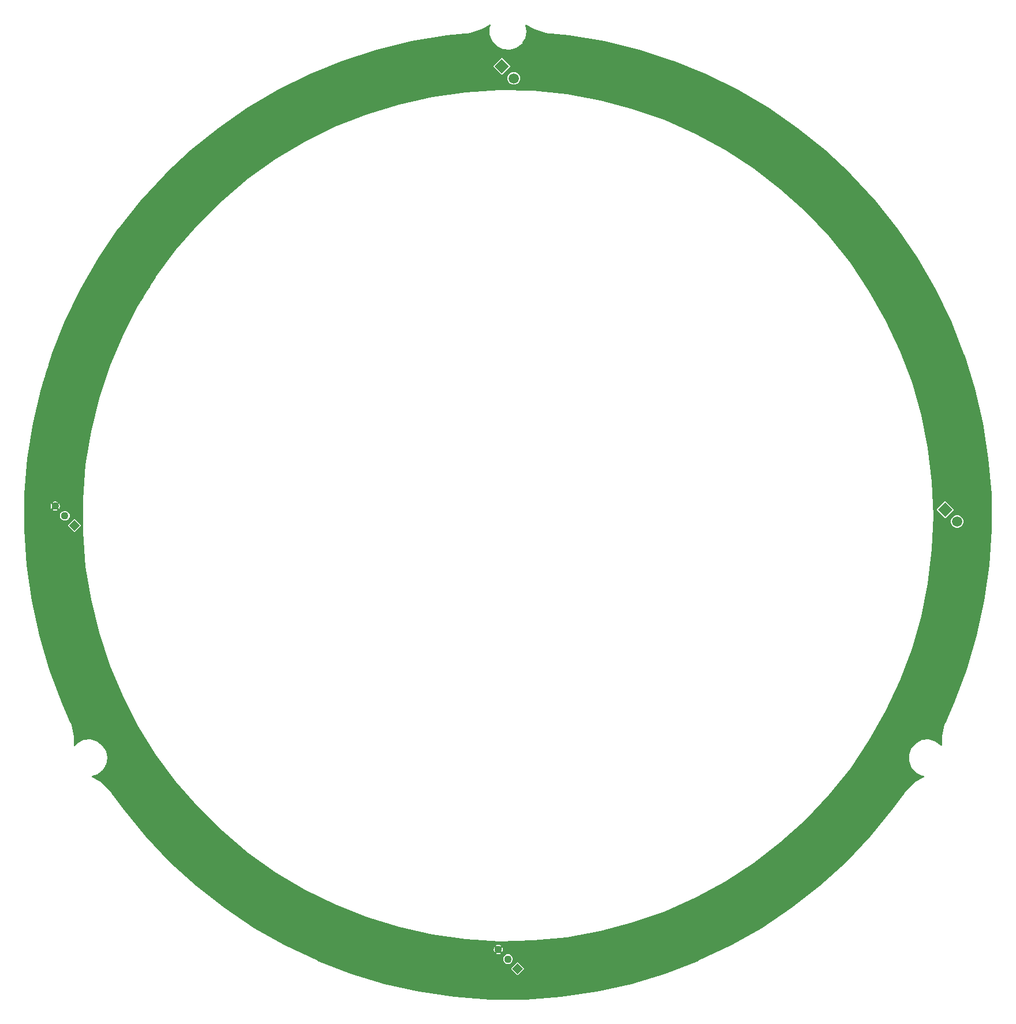
<source format=gbr>
G04 EAGLE Gerber RS-274X export*
G75*
%MOMM*%
%FSLAX34Y34*%
%LPD*%
%INBottom Copper*%
%IPPOS*%
%AMOC8*
5,1,8,0,0,1.08239X$1,22.5*%
G01*
%ADD10R,1.108000X1.108000*%
%ADD11C,1.108000*%
%ADD12R,1.508000X1.508000*%
%ADD13C,1.508000*%
%ADD14C,0.787400*%
%ADD15C,0.756400*%
%ADD16C,1.006400*%

G36*
X26144Y-709356D02*
X26144Y-709356D01*
X26180Y-709360D01*
X78215Y-705521D01*
X78271Y-705509D01*
X78307Y-705510D01*
X129918Y-697852D01*
X129973Y-697837D01*
X130009Y-697835D01*
X180917Y-686400D01*
X180970Y-686381D01*
X181006Y-686377D01*
X230934Y-671226D01*
X230986Y-671203D01*
X231021Y-671196D01*
X279700Y-652413D01*
X279749Y-652386D01*
X279784Y-652377D01*
X326948Y-630062D01*
X326996Y-630032D01*
X327030Y-630020D01*
X372424Y-604295D01*
X372455Y-604272D01*
X372461Y-604270D01*
X372476Y-604258D01*
X372502Y-604247D01*
X415881Y-575252D01*
X415923Y-575214D01*
X415955Y-575198D01*
X457082Y-543089D01*
X457122Y-543049D01*
X457152Y-543030D01*
X495805Y-507982D01*
X495842Y-507939D01*
X495871Y-507917D01*
X531840Y-470120D01*
X531873Y-470074D01*
X531901Y-470051D01*
X564991Y-429709D01*
X565013Y-429674D01*
X565033Y-429655D01*
X580351Y-408721D01*
X580353Y-408718D01*
X580355Y-408715D01*
X580486Y-408534D01*
X580491Y-408526D01*
X580496Y-408521D01*
X581667Y-406857D01*
X581715Y-406817D01*
X581775Y-406734D01*
X581816Y-406695D01*
X585629Y-401420D01*
X598619Y-389828D01*
X608268Y-384402D01*
X609689Y-383602D01*
X609767Y-383544D01*
X609850Y-383495D01*
X609893Y-383451D01*
X609943Y-383414D01*
X610003Y-383339D01*
X610071Y-383270D01*
X610102Y-383216D01*
X610141Y-383168D01*
X610181Y-383080D01*
X610229Y-382996D01*
X610245Y-382937D01*
X610271Y-382881D01*
X610287Y-382786D01*
X610313Y-382692D01*
X610314Y-382631D01*
X610325Y-382570D01*
X610317Y-382474D01*
X610319Y-382377D01*
X610304Y-382317D01*
X610299Y-382256D01*
X610268Y-382164D01*
X610245Y-382070D01*
X610216Y-382016D01*
X610196Y-381958D01*
X610142Y-381877D01*
X610097Y-381792D01*
X610055Y-381746D01*
X610021Y-381695D01*
X609949Y-381630D01*
X609883Y-381559D01*
X609832Y-381526D01*
X609786Y-381485D01*
X609700Y-381440D01*
X609619Y-381388D01*
X609574Y-381375D01*
X609506Y-381340D01*
X609198Y-381270D01*
X609195Y-381270D01*
X609192Y-381269D01*
X607450Y-381108D01*
X598520Y-376661D01*
X591800Y-369290D01*
X588196Y-359988D01*
X588196Y-350012D01*
X591800Y-340710D01*
X598520Y-333339D01*
X607450Y-328892D01*
X617383Y-327972D01*
X626977Y-330702D01*
X635047Y-336796D01*
X635102Y-336827D01*
X635151Y-336866D01*
X635238Y-336905D01*
X635321Y-336953D01*
X635382Y-336969D01*
X635439Y-336995D01*
X635533Y-337011D01*
X635625Y-337036D01*
X635688Y-337037D01*
X635750Y-337047D01*
X635845Y-337039D01*
X635941Y-337040D01*
X636002Y-337025D01*
X636064Y-337020D01*
X636154Y-336988D01*
X636247Y-336965D01*
X636303Y-336936D01*
X636362Y-336915D01*
X636441Y-336861D01*
X636525Y-336816D01*
X636571Y-336773D01*
X636623Y-336738D01*
X636687Y-336667D01*
X636757Y-336602D01*
X636791Y-336549D01*
X636832Y-336502D01*
X636876Y-336417D01*
X636928Y-336337D01*
X636947Y-336277D01*
X636976Y-336221D01*
X636986Y-336159D01*
X637026Y-336037D01*
X637039Y-335846D01*
X637049Y-335785D01*
X636910Y-323505D01*
X640454Y-306459D01*
X643116Y-300520D01*
X643121Y-300505D01*
X643128Y-300492D01*
X643138Y-300447D01*
X643176Y-300323D01*
X644037Y-298465D01*
X644040Y-298456D01*
X644043Y-298451D01*
X644137Y-298242D01*
X644138Y-298237D01*
X644140Y-298235D01*
X654608Y-274505D01*
X654620Y-274465D01*
X654634Y-274442D01*
X673026Y-225614D01*
X673040Y-225559D01*
X673056Y-225527D01*
X687805Y-175478D01*
X687814Y-175422D01*
X687828Y-175389D01*
X698854Y-124391D01*
X698859Y-124335D01*
X698870Y-124300D01*
X706113Y-72629D01*
X706114Y-72572D01*
X706123Y-72537D01*
X709544Y-20473D01*
X709541Y-20417D01*
X709547Y-20381D01*
X709128Y31794D01*
X709121Y31850D01*
X709124Y31886D01*
X704867Y83888D01*
X704855Y83944D01*
X704856Y83980D01*
X696784Y135528D01*
X696768Y135582D01*
X696766Y135618D01*
X684923Y186433D01*
X684903Y186486D01*
X684898Y186522D01*
X669348Y236327D01*
X669324Y236378D01*
X669317Y236414D01*
X650143Y284940D01*
X650116Y284989D01*
X650106Y285024D01*
X627414Y332007D01*
X627383Y332055D01*
X627371Y332089D01*
X601283Y377275D01*
X601248Y377320D01*
X601234Y377353D01*
X571891Y420497D01*
X571854Y420539D01*
X571837Y420571D01*
X539399Y461439D01*
X539358Y461478D01*
X539339Y461509D01*
X503982Y499879D01*
X503938Y499915D01*
X503917Y499944D01*
X465832Y535608D01*
X465786Y535641D01*
X465763Y535668D01*
X425156Y568433D01*
X425108Y568463D01*
X425083Y568488D01*
X382176Y598177D01*
X382126Y598203D01*
X382098Y598226D01*
X337123Y624676D01*
X337071Y624699D01*
X337042Y624720D01*
X290242Y647789D01*
X290189Y647807D01*
X290158Y647827D01*
X241788Y667389D01*
X241733Y667404D01*
X241701Y667420D01*
X192022Y683371D01*
X191967Y683381D01*
X191934Y683395D01*
X141216Y695647D01*
X141160Y695653D01*
X141126Y695665D01*
X89644Y704151D01*
X89602Y704152D01*
X89576Y704160D01*
X63789Y706959D01*
X63784Y706959D01*
X63782Y706960D01*
X63557Y706983D01*
X63548Y706983D01*
X63541Y706985D01*
X61515Y707167D01*
X61457Y707188D01*
X61355Y707199D01*
X61300Y707215D01*
X54825Y707879D01*
X38291Y713333D01*
X27426Y719771D01*
X27333Y719811D01*
X27245Y719860D01*
X27189Y719873D01*
X27137Y719896D01*
X27037Y719912D01*
X26939Y719936D01*
X26882Y719936D01*
X26825Y719945D01*
X26724Y719935D01*
X26623Y719934D01*
X26568Y719920D01*
X26511Y719914D01*
X26416Y719879D01*
X26318Y719853D01*
X26268Y719825D01*
X26215Y719805D01*
X26132Y719748D01*
X26043Y719698D01*
X26002Y719659D01*
X25955Y719626D01*
X25889Y719550D01*
X25816Y719480D01*
X25786Y719431D01*
X25749Y719387D01*
X25704Y719297D01*
X25651Y719211D01*
X25634Y719156D01*
X25609Y719105D01*
X25588Y719006D01*
X25558Y718909D01*
X25559Y718866D01*
X25544Y718796D01*
X25559Y718481D01*
X25561Y718473D01*
X25561Y718467D01*
X27144Y710000D01*
X25311Y700194D01*
X24697Y699203D01*
X21603Y694206D01*
X21603Y694205D01*
X20830Y692957D01*
X20829Y692956D01*
X20060Y691713D01*
X12099Y685702D01*
X2505Y682972D01*
X-7428Y683892D01*
X-16358Y688339D01*
X-23078Y695710D01*
X-26682Y705012D01*
X-26682Y714988D01*
X-25359Y718402D01*
X-25345Y718459D01*
X-25322Y718513D01*
X-25307Y718611D01*
X-25283Y718708D01*
X-25284Y718767D01*
X-25275Y718825D01*
X-25285Y718924D01*
X-25286Y719024D01*
X-25302Y719080D01*
X-25308Y719138D01*
X-25343Y719232D01*
X-25369Y719328D01*
X-25398Y719379D01*
X-25418Y719434D01*
X-25475Y719516D01*
X-25524Y719603D01*
X-25565Y719645D01*
X-25599Y719693D01*
X-25675Y719758D01*
X-25744Y719829D01*
X-25794Y719860D01*
X-25839Y719898D01*
X-25928Y719941D01*
X-26013Y719994D01*
X-26070Y720011D01*
X-26122Y720036D01*
X-26220Y720056D01*
X-26315Y720085D01*
X-26374Y720087D01*
X-26431Y720099D01*
X-26531Y720094D01*
X-26631Y720098D01*
X-26688Y720086D01*
X-26746Y720083D01*
X-26807Y720060D01*
X-26939Y720032D01*
X-27100Y719951D01*
X-27161Y719928D01*
X-38291Y713333D01*
X-54825Y707879D01*
X-61300Y707215D01*
X-61315Y707211D01*
X-61331Y707211D01*
X-61374Y707197D01*
X-61500Y707168D01*
X-63542Y706985D01*
X-63551Y706983D01*
X-63557Y706983D01*
X-63781Y706960D01*
X-63785Y706959D01*
X-63788Y706959D01*
X-89576Y704160D01*
X-89616Y704150D01*
X-89644Y704151D01*
X-141126Y695665D01*
X-141180Y695649D01*
X-141216Y695647D01*
X-191934Y683395D01*
X-191987Y683375D01*
X-192022Y683371D01*
X-241701Y667420D01*
X-241752Y667396D01*
X-241788Y667389D01*
X-290158Y647827D01*
X-290208Y647799D01*
X-290242Y647789D01*
X-337042Y624720D01*
X-337083Y624693D01*
X-337118Y624679D01*
X-337120Y624678D01*
X-337123Y624676D01*
X-382098Y598226D01*
X-382143Y598191D01*
X-382176Y598177D01*
X-425083Y568488D01*
X-425125Y568451D01*
X-425156Y568433D01*
X-465763Y535668D01*
X-465802Y535628D01*
X-465832Y535608D01*
X-503917Y499944D01*
X-503953Y499900D01*
X-503982Y499879D01*
X-539339Y461509D01*
X-539372Y461462D01*
X-539399Y461439D01*
X-571837Y420571D01*
X-571866Y420522D01*
X-571891Y420497D01*
X-601234Y377353D01*
X-601259Y377302D01*
X-601283Y377275D01*
X-627371Y332089D01*
X-627393Y332036D01*
X-627414Y332007D01*
X-650106Y285024D01*
X-650124Y284970D01*
X-650143Y284940D01*
X-669317Y236414D01*
X-669331Y236359D01*
X-669348Y236327D01*
X-669623Y235444D01*
X-670013Y234195D01*
X-671183Y230447D01*
X-671573Y229198D01*
X-671574Y229198D01*
X-672744Y225450D01*
X-673134Y224201D01*
X-673524Y222952D01*
X-674304Y220453D01*
X-674694Y219204D01*
X-675084Y217955D01*
X-676254Y214207D01*
X-676644Y212958D01*
X-677814Y209210D01*
X-678204Y207961D01*
X-679375Y204213D01*
X-679765Y202964D01*
X-680935Y199216D01*
X-681325Y197967D01*
X-682495Y194219D01*
X-682885Y192970D01*
X-683275Y191721D01*
X-683275Y191720D01*
X-684445Y187973D01*
X-684835Y186724D01*
X-684835Y186723D01*
X-684898Y186522D01*
X-684908Y186466D01*
X-684923Y186433D01*
X-696766Y135618D01*
X-696772Y135562D01*
X-696784Y135528D01*
X-704856Y83980D01*
X-704858Y83923D01*
X-704867Y83888D01*
X-709124Y31886D01*
X-709122Y31829D01*
X-709128Y31794D01*
X-709547Y-20381D01*
X-709540Y-20437D01*
X-709544Y-20473D01*
X-706123Y-72537D01*
X-706112Y-72593D01*
X-706113Y-72629D01*
X-698870Y-124300D01*
X-698855Y-124355D01*
X-698854Y-124391D01*
X-687828Y-175389D01*
X-687809Y-175442D01*
X-687805Y-175478D01*
X-673056Y-225527D01*
X-673033Y-225579D01*
X-673026Y-225614D01*
X-654634Y-274441D01*
X-654615Y-274479D01*
X-654608Y-274505D01*
X-644140Y-298234D01*
X-644138Y-298238D01*
X-644137Y-298241D01*
X-644043Y-298451D01*
X-644038Y-298459D01*
X-644037Y-298465D01*
X-643182Y-300310D01*
X-643172Y-300371D01*
X-643130Y-300465D01*
X-643116Y-300520D01*
X-640454Y-306459D01*
X-636910Y-323505D01*
X-637057Y-336485D01*
X-637055Y-336505D01*
X-637057Y-336525D01*
X-637037Y-336662D01*
X-637021Y-336799D01*
X-637014Y-336817D01*
X-637011Y-336837D01*
X-636957Y-336964D01*
X-636907Y-337093D01*
X-636895Y-337109D01*
X-636888Y-337128D01*
X-636804Y-337237D01*
X-636723Y-337349D01*
X-636708Y-337362D01*
X-636696Y-337378D01*
X-636587Y-337463D01*
X-636481Y-337552D01*
X-636463Y-337560D01*
X-636447Y-337573D01*
X-636321Y-337628D01*
X-636196Y-337687D01*
X-636177Y-337691D01*
X-636158Y-337699D01*
X-636021Y-337720D01*
X-635886Y-337746D01*
X-635866Y-337745D01*
X-635847Y-337748D01*
X-635709Y-337735D01*
X-635571Y-337726D01*
X-635552Y-337720D01*
X-635532Y-337718D01*
X-635403Y-337671D01*
X-635272Y-337628D01*
X-635255Y-337617D01*
X-635236Y-337610D01*
X-635194Y-337578D01*
X-635006Y-337457D01*
X-634931Y-337377D01*
X-634885Y-337341D01*
X-631236Y-333339D01*
X-622306Y-328892D01*
X-612373Y-327972D01*
X-602779Y-330702D01*
X-594818Y-336713D01*
X-589567Y-345194D01*
X-587734Y-355000D01*
X-589567Y-364806D01*
X-589785Y-365158D01*
X-589785Y-365159D01*
X-590559Y-366407D01*
X-590559Y-366408D01*
X-591332Y-367657D01*
X-594426Y-372654D01*
X-594818Y-373287D01*
X-602779Y-379298D01*
X-609565Y-381229D01*
X-609694Y-381284D01*
X-609823Y-381335D01*
X-609838Y-381346D01*
X-609855Y-381353D01*
X-609966Y-381439D01*
X-610079Y-381520D01*
X-610090Y-381535D01*
X-610105Y-381546D01*
X-610190Y-381656D01*
X-610279Y-381763D01*
X-610287Y-381780D01*
X-610299Y-381795D01*
X-610354Y-381923D01*
X-610413Y-382049D01*
X-610416Y-382068D01*
X-610424Y-382085D01*
X-610445Y-382223D01*
X-610471Y-382359D01*
X-610469Y-382378D01*
X-610472Y-382397D01*
X-610458Y-382536D01*
X-610449Y-382674D01*
X-610443Y-382692D01*
X-610441Y-382711D01*
X-610393Y-382842D01*
X-610349Y-382973D01*
X-610339Y-382989D01*
X-610332Y-383007D01*
X-610253Y-383121D01*
X-610177Y-383238D01*
X-610165Y-383248D01*
X-610153Y-383266D01*
X-609914Y-383472D01*
X-609863Y-383497D01*
X-609836Y-383520D01*
X-598619Y-389828D01*
X-585629Y-401420D01*
X-581816Y-406695D01*
X-581805Y-406706D01*
X-581798Y-406719D01*
X-581764Y-406750D01*
X-581675Y-406845D01*
X-580496Y-408520D01*
X-580490Y-408527D01*
X-580487Y-408533D01*
X-580354Y-408717D01*
X-580351Y-408720D01*
X-580350Y-408723D01*
X-565033Y-429655D01*
X-565004Y-429685D01*
X-564991Y-429709D01*
X-531901Y-470051D01*
X-531891Y-470060D01*
X-531884Y-470071D01*
X-531854Y-470098D01*
X-531840Y-470120D01*
X-495871Y-507917D01*
X-495827Y-507953D01*
X-495805Y-507982D01*
X-457152Y-543030D01*
X-457106Y-543062D01*
X-457082Y-543089D01*
X-415955Y-575198D01*
X-415907Y-575227D01*
X-415881Y-575252D01*
X-372502Y-604247D01*
X-372452Y-604272D01*
X-372424Y-604295D01*
X-327030Y-630020D01*
X-326978Y-630041D01*
X-326948Y-630062D01*
X-279784Y-652377D01*
X-279730Y-652394D01*
X-279700Y-652413D01*
X-231021Y-671196D01*
X-230966Y-671210D01*
X-230934Y-671226D01*
X-181006Y-686377D01*
X-180950Y-686386D01*
X-180917Y-686400D01*
X-130009Y-697835D01*
X-129952Y-697841D01*
X-129918Y-697852D01*
X-78307Y-705510D01*
X-78250Y-705512D01*
X-78215Y-705521D01*
X-26180Y-709360D01*
X-26124Y-709357D01*
X-26088Y-709363D01*
X26088Y-709363D01*
X26144Y-709356D01*
G37*
%LPC*%
G36*
X-61915Y-620721D02*
X-61915Y-620721D01*
X-111035Y-613840D01*
X-159454Y-603077D01*
X-206865Y-588502D01*
X-252967Y-570206D01*
X-297471Y-548306D01*
X-340093Y-522938D01*
X-380566Y-494265D01*
X-418632Y-462466D01*
X-454052Y-427744D01*
X-486601Y-390318D01*
X-516073Y-350423D01*
X-542283Y-308313D01*
X-565064Y-264254D01*
X-584273Y-218524D01*
X-599788Y-171413D01*
X-611511Y-123218D01*
X-619367Y-74244D01*
X-623308Y-24800D01*
X-623308Y24800D01*
X-619367Y74244D01*
X-611511Y123218D01*
X-599788Y171413D01*
X-584273Y218525D01*
X-565064Y264254D01*
X-542283Y308313D01*
X-541630Y309363D01*
X-541629Y309363D01*
X-540074Y311862D01*
X-539297Y313111D01*
X-537742Y315609D01*
X-537742Y315610D01*
X-536964Y316859D01*
X-535409Y319357D01*
X-534632Y320606D01*
X-534631Y320606D01*
X-534631Y320607D01*
X-533076Y323105D01*
X-532299Y324354D01*
X-530744Y326853D01*
X-529966Y328102D01*
X-528411Y330600D01*
X-528411Y330601D01*
X-527634Y331850D01*
X-527633Y331850D01*
X-526078Y334348D01*
X-525301Y335597D01*
X-525301Y335598D01*
X-523746Y338096D01*
X-522968Y339345D01*
X-521413Y341844D01*
X-520636Y343093D01*
X-520635Y343093D01*
X-519081Y345591D01*
X-519080Y345591D01*
X-519080Y345592D01*
X-518303Y346841D01*
X-517525Y348090D01*
X-516748Y349339D01*
X-516073Y350423D01*
X-486600Y390318D01*
X-454052Y427744D01*
X-418632Y462466D01*
X-380566Y494265D01*
X-340093Y522938D01*
X-297471Y548306D01*
X-252967Y570206D01*
X-206865Y588502D01*
X-159454Y603077D01*
X-111035Y613840D01*
X-61915Y620721D01*
X-12402Y623678D01*
X37188Y622692D01*
X86543Y617769D01*
X135352Y608940D01*
X183304Y596261D01*
X230098Y579813D01*
X275437Y559699D01*
X319034Y536046D01*
X360614Y509004D01*
X399915Y478744D01*
X436687Y445457D01*
X470699Y409354D01*
X501734Y370663D01*
X529597Y329629D01*
X554112Y286510D01*
X575123Y241580D01*
X592499Y195123D01*
X606128Y147432D01*
X615926Y98809D01*
X621829Y49561D01*
X623801Y0D01*
X621829Y-49561D01*
X615926Y-98809D01*
X606128Y-147432D01*
X592499Y-195123D01*
X575123Y-241580D01*
X554112Y-286510D01*
X529597Y-329629D01*
X501734Y-370663D01*
X470698Y-409354D01*
X436687Y-445458D01*
X399915Y-478744D01*
X360615Y-509004D01*
X319034Y-536046D01*
X275437Y-559699D01*
X230098Y-579813D01*
X183304Y-596261D01*
X135352Y-608940D01*
X86543Y-617769D01*
X37188Y-622692D01*
X-12402Y-623678D01*
X-61915Y-620721D01*
G37*
%LPD*%
%LPC*%
G36*
X-9680Y646796D02*
X-9680Y646796D01*
X-21236Y658353D01*
X-21236Y659616D01*
X-9680Y671172D01*
X-8417Y671172D01*
X3140Y659616D01*
X3140Y658353D01*
X-8417Y646796D01*
X-9680Y646796D01*
G37*
%LPD*%
%LPC*%
G36*
X640502Y-3140D02*
X640502Y-3140D01*
X628946Y8417D01*
X628946Y9680D01*
X640502Y21236D01*
X641765Y21236D01*
X653322Y9680D01*
X653322Y8417D01*
X641765Y-3140D01*
X640502Y-3140D01*
G37*
%LPD*%
%LPC*%
G36*
X6826Y632242D02*
X6826Y632242D01*
X3495Y633622D01*
X945Y636172D01*
X-435Y639503D01*
X-435Y643110D01*
X945Y646441D01*
X3495Y648991D01*
X6826Y650371D01*
X10432Y650371D01*
X13764Y648991D01*
X16314Y646441D01*
X17694Y643110D01*
X17694Y639503D01*
X16314Y636172D01*
X13764Y633622D01*
X10432Y632242D01*
X6826Y632242D01*
G37*
%LPD*%
%LPC*%
G36*
X657008Y-17694D02*
X657008Y-17694D01*
X653677Y-16314D01*
X651127Y-13764D01*
X649747Y-10432D01*
X649747Y-6826D01*
X651127Y-3495D01*
X653677Y-945D01*
X657008Y435D01*
X660614Y435D01*
X663946Y-945D01*
X666496Y-3495D01*
X667876Y-6826D01*
X667876Y-10432D01*
X666496Y-13764D01*
X663946Y-16314D01*
X660614Y-17694D01*
X657008Y-17694D01*
G37*
%LPD*%
%LPC*%
G36*
X-636443Y-23548D02*
X-636443Y-23548D01*
X-645171Y-14820D01*
X-645171Y-13557D01*
X-636443Y-4829D01*
X-635180Y-4829D01*
X-626452Y-13557D01*
X-626452Y-14820D01*
X-635180Y-23548D01*
X-636443Y-23548D01*
G37*
%LPD*%
%LPC*%
G36*
X13557Y-673548D02*
X13557Y-673548D01*
X4829Y-664820D01*
X4829Y-663557D01*
X13557Y-654829D01*
X14820Y-654829D01*
X23548Y-663557D01*
X23548Y-664820D01*
X14820Y-673548D01*
X13557Y-673548D01*
G37*
%LPD*%
%LPC*%
G36*
X-651359Y-7111D02*
X-651359Y-7111D01*
X-653955Y-6036D01*
X-655943Y-4049D01*
X-657018Y-1452D01*
X-657018Y1359D01*
X-655943Y3955D01*
X-653955Y5943D01*
X-651359Y7018D01*
X-648548Y7018D01*
X-645951Y5943D01*
X-643964Y3955D01*
X-642889Y1359D01*
X-642889Y-1452D01*
X-643964Y-4049D01*
X-645951Y-6036D01*
X-648548Y-7111D01*
X-651359Y-7111D01*
G37*
%LPD*%
%LPC*%
G36*
X-1359Y-657111D02*
X-1359Y-657111D01*
X-3955Y-656036D01*
X-5943Y-654049D01*
X-7018Y-651452D01*
X-7018Y-648641D01*
X-5943Y-646045D01*
X-3955Y-644057D01*
X-1359Y-642982D01*
X1452Y-642982D01*
X4049Y-644057D01*
X6036Y-646045D01*
X7111Y-648641D01*
X7111Y-651452D01*
X6036Y-654049D01*
X4049Y-656036D01*
X1452Y-657111D01*
X-1359Y-657111D01*
G37*
%LPD*%
%LPC*%
G36*
X-667735Y19855D02*
X-667735Y19855D01*
X-667322Y20131D01*
X-666082Y20644D01*
X-664766Y20906D01*
X-663425Y20906D01*
X-662109Y20644D01*
X-660869Y20131D01*
X-660456Y19855D01*
X-664095Y16216D01*
X-667735Y19855D01*
G37*
%LPD*%
%LPC*%
G36*
X-670131Y10869D02*
X-670131Y10869D01*
X-670644Y12109D01*
X-670906Y13425D01*
X-670906Y14766D01*
X-670644Y16082D01*
X-670131Y17322D01*
X-669855Y17735D01*
X-666216Y14095D01*
X-669855Y10456D01*
X-670131Y10869D01*
G37*
%LPD*%
%LPC*%
G36*
X-20131Y-639131D02*
X-20131Y-639131D01*
X-20644Y-637891D01*
X-20906Y-636575D01*
X-20906Y-635234D01*
X-20644Y-633918D01*
X-20131Y-632678D01*
X-19855Y-632265D01*
X-16216Y-635905D01*
X-19855Y-639544D01*
X-20131Y-639131D01*
G37*
%LPD*%
%LPC*%
G36*
X-14766Y-642715D02*
X-14766Y-642715D01*
X-16082Y-642454D01*
X-17322Y-641940D01*
X-17735Y-641664D01*
X-14095Y-638025D01*
X-10456Y-641664D01*
X-10869Y-641940D01*
X-12109Y-642454D01*
X-13425Y-642715D01*
X-14766Y-642715D01*
G37*
%LPD*%
%LPC*%
G36*
X-661975Y14095D02*
X-661975Y14095D01*
X-658336Y17735D01*
X-658060Y17322D01*
X-657546Y16082D01*
X-657285Y14766D01*
X-657285Y13425D01*
X-657546Y12109D01*
X-658060Y10869D01*
X-658336Y10456D01*
X-661975Y14095D01*
G37*
%LPD*%
%LPC*%
G36*
X-664766Y7285D02*
X-664766Y7285D01*
X-666082Y7546D01*
X-667322Y8060D01*
X-667735Y8336D01*
X-664095Y11975D01*
X-660456Y8336D01*
X-660869Y8060D01*
X-662109Y7546D01*
X-663425Y7285D01*
X-664766Y7285D01*
G37*
%LPD*%
%LPC*%
G36*
X-17735Y-630145D02*
X-17735Y-630145D01*
X-17322Y-629869D01*
X-16082Y-629356D01*
X-14766Y-629094D01*
X-13425Y-629094D01*
X-12109Y-629356D01*
X-10869Y-629869D01*
X-10456Y-630145D01*
X-14095Y-633784D01*
X-17735Y-630145D01*
G37*
%LPD*%
%LPC*%
G36*
X-11975Y-635905D02*
X-11975Y-635905D01*
X-8336Y-632265D01*
X-8060Y-632678D01*
X-7546Y-633918D01*
X-7285Y-635234D01*
X-7285Y-636575D01*
X-7546Y-637891D01*
X-8060Y-639131D01*
X-8336Y-639544D01*
X-11975Y-635905D01*
G37*
%LPD*%
D10*
G36*
X14189Y-656355D02*
X22023Y-664189D01*
X14189Y-672023D01*
X6355Y-664189D01*
X14189Y-656355D01*
G37*
D11*
X47Y-650047D03*
X-14095Y-635905D03*
D10*
G36*
X-635811Y-6355D02*
X-627977Y-14189D01*
X-635811Y-22023D01*
X-643645Y-14189D01*
X-635811Y-6355D01*
G37*
D11*
X-649953Y-47D03*
X-664095Y14095D03*
D12*
G36*
X641134Y-1615D02*
X630471Y9048D01*
X641134Y19711D01*
X651797Y9048D01*
X641134Y-1615D01*
G37*
D13*
X658811Y-8629D03*
D12*
G36*
X-9048Y648321D02*
X-19711Y658984D01*
X-9048Y669647D01*
X1615Y658984D01*
X-9048Y648321D01*
G37*
D13*
X8629Y641307D03*
D14*
X618152Y-129088D03*
X618152Y-139248D03*
X618152Y-149408D03*
X628312Y-149408D03*
X628312Y-159568D03*
X618152Y-159568D03*
D15*
X659300Y-115880D03*
D16*
X600000Y-200000D03*
M02*

</source>
